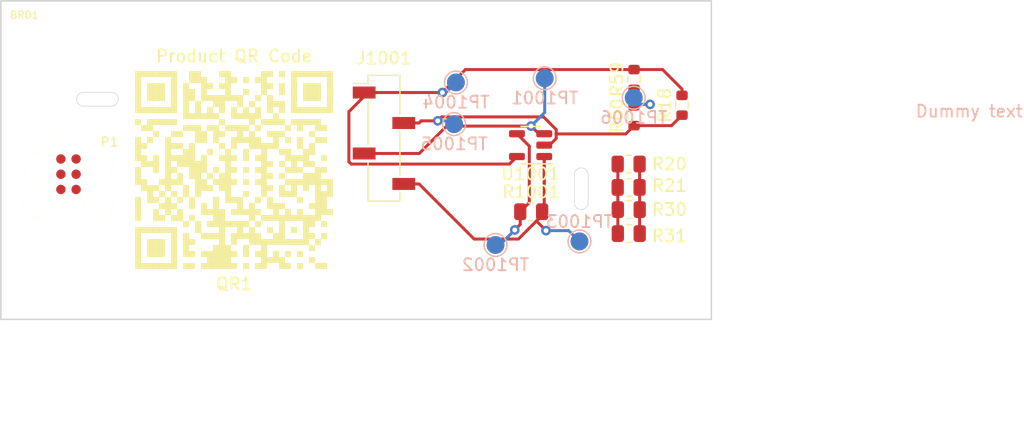
<source format=kicad_pcb>
(kicad_pcb (version 20211014) (generator pcbnew)
  (title_block (date "2021-12-24") (rev "01"))
  (layers (0 "F.Cu" signal) (31 "B.Cu" signal) (34 "B.Paste" user) (35 "F.Paste" user) (36 "B.SilkS" user "B.Silkscreen") (37 "F.SilkS" user "F.Silkscreen") (38 "B.Mask" user) (39 "F.Mask" user) (44 "Edge.Cuts" user))
  (net 0 "")
  (net 1 "/OUT")
  (net 2 "GND")
  (net 3 "/IN")
  (net 4 "VCC")
  (net 5 "/_AOPIN+")
  (net 6 "/V_HW_TYPE")
  (net 7 "Net-(P1-Pad6)")
  (net 8 "Net-(P1-Pad5)")
  (net 9 "Net-(P1-Pad4)")
  (net 10 "Net-(P1-Pad3)")
  (net 11 "Net-(P1-Pad2)")
  (net 12 "Net-(P1-Pad1)")
  (net 13 "Net-(R20-Pad2)")
  (net 14 "Net-(R20-Pad1)")
  (footprint "Connector_PinSocket_2.54mm:PinSocket_1x04_P2.54mm_Vertical_SMD_Pin1Left" (layer "F.Cu") (at 147.8 95.25)
    (fp_text reference "J1001" (at 0 -6.68) (layer "F.SilkS"))
    (fp_text value "SSM-104-L-SV")
    (pad "1" smd rect locked (at -1.65 -3.81) (size 1.9 1) (layers "F.Cu" "F.Paste" "F.Mask") (net 4 "VCC"))
    (pad "2" smd rect locked (at 1.65 -1.27) (size 1.9 1) (layers "F.Cu" "F.Paste" "F.Mask") (net 2 "GND"))
    (pad "3" smd rect locked (at -1.65 1.27) (size 1.9 1) (layers "F.Cu" "F.Paste" "F.Mask") (net 3 "/IN"))
    (pad "4" smd rect locked (at 1.65 3.81) (size 1.9 1) (layers "F.Cu" "F.Paste" "F.Mask") (net 1 "/OUT"))
  )
  (footprint "tc6:TC5" (layer "F.Cu") (at 135.3 97.9)
    (fp_text reference "QR1" (at 0 9.5) (layer "F.SilkS"))
    (fp_text value "Product QR Code" (at 0 -9.5) (layer "F.SilkS"))
  )
  (footprint "Resistor_SMD:R_0805_2012Metric" (layer "F.Cu") (at 160.075 101.375)
    (fp_text reference "R1001" (at 0 -1.65) (layer "F.SilkS"))
    (fp_text value "10k")
    (pad "1" smd roundrect locked (at -0.9125 0) (size 1.025 1.4) (layers "F.Cu" "F.Paste" "F.Mask") (roundrect_rratio 0.243902) (net 5 "/_AOPIN+"))
    (pad "2" smd roundrect locked (at 0.9125 0) (size 1.025 1.4) (layers "F.Cu" "F.Paste" "F.Mask") (roundrect_rratio 0.243902) (net 1 "/OUT"))
  )
  (footprint "Package_TO_SOT_SMD:SOT-23-5" (layer "F.Cu") (at 160.025 95.825 180)
    (fp_text reference "U1001" (at 0 -2.4) (layer "F.SilkS"))
    (fp_text value "MCP6001-OT")
    (pad "1" smd roundrect locked (at -1.1375 -0.95 180) (size 1.325 0.6) (layers "F.Cu" "F.Paste" "F.Mask") (net 1 "/OUT"))
    (pad "2" smd roundrect locked (at -1.1375 0 180) (size 1.325 0.6) (layers "F.Cu" "F.Paste" "F.Mask") (net 2 "GND"))
    (pad "3" smd roundrect locked (at -1.1375 0.95 180) (size 1.325 0.6) (layers "F.Cu" "F.Paste" "F.Mask") (net 3 "/IN"))
    (pad "4" smd roundrect locked (at 1.1375 0.95 180) (size 1.325 0.6) (layers "F.Cu" "F.Paste" "F.Mask") (net 5 "/_AOPIN+"))
    (pad "5" smd roundrect locked (at 1.1375 -0.95 180) (size 1.325 0.6) (layers "F.Cu" "F.Paste" "F.Mask") (net 4 "VCC"))
  )
  (footprint "tc6:DemoBoard" (layer "F.Cu") (at 127.325 91.1)
    (fp_text reference "BRD1" (at -9.505 -6.11) (layer "F.SilkS") (effects (font (size 0.6 0.6) (thickness 0.1))))
    (fp_text value "SYM_Arrow_XLarge")
    (fp_line (start 47.77 19.25) (end 47.77 -7.3) (layer "Edge.Cuts") (width 0.12))
    (fp_line (start -11.46 -7.3) (end 47.77 -7.3) (layer "Edge.Cuts") (width 0.12))
    (fp_line (start -11.46 19.25) (end -11.46 -7.3) (layer "Edge.Cuts") (width 0.12))
    (fp_line (start 47.77 19.25) (end -11.46 19.25) (layer "Edge.Cuts") (width 0.12))
  )
  (footprint "Resistor_SMD:R_0603_1608Metric" (layer "F.Cu") (at 168.65 90.35 90)
    (fp_text reference "R59" (at 0 -1.43 90) (layer "F.SilkS"))
    (fp_text value "100k")
    (pad "1" smd roundrect locked (at -0.825 0 90) (size 0.8 0.95) (layers "F.Cu" "F.Paste" "F.Mask") (net 6 "/V_HW_TYPE"))
    (pad "2" smd roundrect locked (at 0.825 0 90) (size 0.8 0.95) (layers "F.Cu" "F.Paste" "F.Mask") (net 4 "VCC"))
  )
  (footprint "Resistor_SMD:R_0603_1608Metric" (layer "F.Cu") (at 168.65 93.375 90)
    (fp_text reference "R60" (at 0 -1.43 90) (layer "F.SilkS"))
    (fp_text value "100k")
    (pad "1" smd roundrect locked (at -0.825 0 90) (size 0.8 0.95) (layers "F.Cu" "F.Paste" "F.Mask") (net 2 "GND"))
    (pad "2" smd roundrect locked (at 0.825 0 90) (size 0.8 0.95) (layers "F.Cu" "F.Paste" "F.Mask") (net 6 "/V_HW_TYPE"))
  )
  (footprint "Resistor_SMD:R_0603_1608Metric" (layer "F.Cu") (at 172.65 92.5 90)
    (fp_text reference "R18" (at 0 -1.43 90) (layer "F.SilkS"))
    (fp_text value "100k")
    (pad "1" smd roundrect locked (at -0.825 0 90) (size 0.8 0.95) (layers "F.Cu" "F.Paste" "F.Mask") (net 2 "GND"))
    (pad "2" smd roundrect locked (at 0.825 0 90) (size 0.8 0.95) (layers "F.Cu" "F.Paste" "F.Mask") (net 4 "VCC"))
  )
  (footprint "tc6:TC2030-MCP-FP" (layer "F.Cu") (at 121.5 98.25 90)
    (fp_text reference "P1" (at 2.68478 3.4163 180) (layer "F.SilkS") (effects (font (size 0.76 0.76) (thickness 0.1))))
    (fp_text value "TC2030")
    (pad "" np_thru_hole circle locked (at 2.54 -1.016 90) (size 0.991 0.991) (drill 0.991) (layers *.Cu *.Mask "F.SilkS"))
    (pad "" np_thru_hole circle locked (at 0.635 2.54 90) (size 2.3749 2.3749) (drill 2.3749) (layers *.Cu *.Mask "F.SilkS"))
    (pad "" np_thru_hole circle locked (at 2.54 1.016 90) (size 0.991 0.991) (drill 0.991) (layers F&B.Cu *.Mask "F.SilkS"))
    (pad "" np_thru_hole circle locked (at 0.635 -2.54 90) (size 2.3749 2.3749) (drill 2.3749) (layers *.Cu *.Mask "F.SilkS"))
    (pad "" np_thru_hole circle locked (at -2.54 0 90) (size 0.991 0.991) (drill 0.991) (layers F&B.Cu *.Mask "F.SilkS"))
    (pad "" np_thru_hole circle locked (at -2.54 2.54 90) (size 2.3749 2.3749) (drill 2.3749) (layers *.Cu *.Mask "F.SilkS"))
    (pad "" np_thru_hole circle locked (at -2.54 -2.54 90) (size 2.3749 2.3749) (drill 2.3749) (layers *.Cu *.Mask "F.SilkS"))
    (pad "1" connect circle locked (at -1.27 0.635 90) (size 0.787 0.787) (layers "F.Cu" "F.Mask") (net 12 "Net-(P1-Pad1)") (clearance 0.4826))
    (pad "2" connect circle locked (at -1.27 -0.635 90) (size 0.787 0.787) (layers "F.Cu" "F.Mask") (net 11 "Net-(P1-Pad2)") (clearance 0.4826))
    (pad "3" connect circle locked (at 0 0.635 90) (size 0.787 0.787) (layers "F.Cu" "F.Mask") (net 10 "Net-(P1-Pad3)") (clearance 0.4191))
    (pad "4" connect circle locked (at 0 -0.635 90) (size 0.787 0.787) (layers "F.Cu" "F.Mask") (net 9 "Net-(P1-Pad4)") (clearance 0.4191))
    (pad "5" connect circle locked (at 1.27 0.635 90) (size 0.787 0.787) (layers "F.Cu" "F.Mask") (net 8 "Net-(P1-Pad5)") (clearance 0.4191))
    (pad "6" connect circle locked (at 1.27 -0.635 180) (size 0.787 0.787) (layers "F.Cu" "F.Mask") (net 7 "Net-(P1-Pad6)") (clearance 0.4191))
  )
  (footprint "Resistor_SMD:R_0805_2012Metric" (layer "F.Cu") (at 168.2 97.4)
    (fp_text reference "R20" (at 3.4 0) (layer "F.SilkS"))
    (fp_text value "330R" hide)
    (pad "1" smd roundrect locked (at -0.9125 0) (size 1.025 1.4) (layers "F.Cu" "F.Paste" "F.Mask") (roundrect_rratio 0.243902) (net 14 "Net-(R20-Pad1)"))
    (pad "2" smd roundrect locked (at 0.9125 0) (size 1.025 1.4) (layers "F.Cu" "F.Paste" "F.Mask") (roundrect_rratio 0.243902) (net 13 "Net-(R20-Pad2)"))
  )
  (footprint "Resistor_SMD:R_0805_2012Metric" (layer "F.Cu") (at 168.2 99.35)
    (fp_text reference "R21" (at 3.4 -0.15) (layer "F.SilkS"))
    (fp_text value "150k" hide)
    (pad "1" smd roundrect locked (at -0.9125 0) (size 1.025 1.4) (layers "F.Cu" "F.Paste" "F.Mask") (roundrect_rratio 0.243902) (net 14 "Net-(R20-Pad1)"))
    (pad "2" smd roundrect locked (at 0.9125 0) (size 1.025 1.4) (layers "F.Cu" "F.Paste" "F.Mask") (roundrect_rratio 0.243902) (net 13 "Net-(R20-Pad2)"))
  )
  (footprint "Resistor_SMD:R_0805_2012Metric" (layer "F.Cu") (at 168.21 101.2)
    (fp_text reference "R30" (at 3.39 0) (layer "F.SilkS"))
    (fp_text value "0R" hide)
    (pad "1" smd roundrect locked (at -0.9125 0) (size 1.025 1.4) (layers "F.Cu" "F.Paste" "F.Mask") (roundrect_rratio 0.243902) (net 14 "Net-(R20-Pad1)"))
    (pad "2" smd roundrect locked (at 0.9125 0) (size 1.025 1.4) (layers "F.Cu" "F.Paste" "F.Mask") (roundrect_rratio 0.243902) (net 13 "Net-(R20-Pad2)"))
  )
  (footprint "Resistor_SMD:R_0805_2012Metric" (layer "F.Cu") (at 168.21 103.2)
    (fp_text reference "R31" (at 3.39 0.2) (layer "F.SilkS"))
    (fp_text value "0R" hide)
    (pad "1" smd roundrect locked (at -0.9125 0) (size 1.025 1.4) (layers "F.Cu" "F.Paste" "F.Mask") (roundrect_rratio 0.243902) (net 14 "Net-(R20-Pad1)"))
    (pad "2" smd roundrect locked (at 0.9125 0) (size 1.025 1.4) (layers "F.Cu" "F.Paste" "F.Mask") (roundrect_rratio 0.243902) (net 13 "Net-(R20-Pad2)"))
  )
  (footprint "TestPoint:TestPoint_Pad_D1.5mm" (layer "B.Cu") (at 161.2 90.25)
    (fp_text reference "TP1001" (at 0 1.648) (layer "B.SilkS") (effects (justify mirror)))
    (fp_text value "TP_IN")
    (pad "1" smd circle locked (at 0 0) (size 1.5 1.5) (layers "B.Cu" "B.Mask") (net 3 "/IN"))
  )
  (footprint "TestPoint:TestPoint_Pad_D1.5mm" (layer "B.Cu") (at 157.1 104.15)
    (fp_text reference "TP1002" (at 0 1.648) (layer "B.SilkS") (effects (justify mirror)))
    (fp_text value "TP_NEG")
    (pad "1" smd circle locked (at 0 0) (size 1.5 1.5) (layers "B.Cu" "B.Mask") (net 5 "/_AOPIN+"))
  )
  (footprint "TestPoint:TestPoint_Pad_D1.5mm" (layer "B.Cu") (at 164.1 103.85 180)
    (fp_text reference "TP1003" (at 0 1.648) (layer "B.SilkS") (effects (justify mirror)))
    (fp_text value "TP_OUT")
    (pad "1" smd circle locked (at 0 0 180) (size 1.5 1.5) (layers "B.Cu" "B.Mask") (net 1 "/OUT"))
  )
  (footprint "TestPoint:TestPoint_Pad_D1.5mm" (layer "B.Cu") (at 153.8 90.6)
    (fp_text reference "TP1004" (at 0 1.648) (layer "B.SilkS") (effects (justify mirror)))
    (fp_text value "TP_VCC")
    (pad "1" smd circle locked (at 0 0) (size 1.5 1.5) (layers "B.Cu" "B.Mask") (net 4 "VCC"))
  )
  (footprint "TestPoint:TestPoint_Pad_D1.5mm" (layer "B.Cu") (at 153.65 94.075)
    (fp_text reference "TP1005" (at 0 1.648) (layer "B.SilkS") (effects (justify mirror)))
    (fp_text value "TP_GND")
    (pad "1" smd circle locked (at 0 0) (size 1.5 1.5) (layers "B.Cu" "B.Mask") (net 2 "GND"))
  )
  (footprint "TestPoint:TestPoint_Pad_D1.5mm" (layer "B.Cu") (at 168.625 91.875)
    (fp_text reference "TP1006" (at 0 1.648) (layer "B.SilkS") (effects (justify mirror)))
    (fp_text value "TP_HW_TYPE")
    (pad "1" smd circle locked (at 0 0) (size 1.5 1.5) (layers "B.Cu" "B.Mask") (net 6 "/V_HW_TYPE"))
  )
  (gr_line (start 122.75 91.425) (end 125.075 91.425) (layer "Edge.Cuts") (width 0.05))
  (gr_arc (start 125.075 91.425) (mid 125.65 92) (end 125.075 92.575) (layer "Edge.Cuts") (width 0.05))
  (gr_line (start 122.75 92.575) (end 125.075 92.575) (layer "Edge.Cuts") (width 0.05))
  (gr_line (start 163.675 100.625) (end 163.675 98.3) (layer "Edge.Cuts") (width 0.05))
  (gr_arc (start 164.825 100.625) (mid 164.25 101.2) (end 163.675 100.625) (layer "Edge.Cuts") (width 0.05))
  (gr_arc (start 163.675 98.3) (mid 164.25 97.725) (end 164.825 98.3) (layer "Edge.Cuts") (width 0.05))
  (gr_line (start 164.825 100.625) (end 164.825 98.3) (layer "Edge.Cuts") (width 0.05))
  (gr_arc (start 122.75 92.575) (mid 122.175 92) (end 122.75 91.425) (layer "Edge.Cuts") (width 0.05))
  (gr_text "Dummy text" (at 196.59 93) (layer "B.SilkS") (effects (font (size 1 1))))
  (segment (start 160.988 101.5255) (end 160.9875 101.525) (width 0.25) (layer "F.Cu") (net 1))
  (segment (start 161.162 98.9875) (end 161.1625 98.987) (width 0.25) (layer "F.Cu") (net 1))
  (segment (start 160.512 102.152) (end 161.311 102.951) (width 0.25) (layer "F.Cu") (net 1))
  (segment (start 150.725 99.06) (end 155.318 103.653) (width 0.25) (layer "F.Cu") (net 1))
  (segment (start 155.318 103.653) (end 159.011 103.653) (width 0.25) (layer "F.Cu") (net 1))
  (segment (start 160.988 101.5255) (end 160.988 101.375) (width 0.25) (layer "F.Cu") (net 1))
  (segment (start 160.988 101.375) (end 161.162 101.2) (width 0.25) (layer "F.Cu") (net 1))
  (segment (start 160.9875 101.525) (end 160.9875 101.375) (width 0.25) (layer "F.Cu") (net 1))
  (segment (start 161.1625 98.987) (end 161.1625 96.775) (width 0.25) (layer "F.Cu") (net 1))
  (segment (start 160.512 102.152) (end 160.988 101.676) (width 0.25) (layer "F.Cu") (net 1))
  (segment (start 149.45 99.06) (end 150.725 99.06) (width 0.25) (layer "F.Cu") (net 1))
  (segment (start 159.011 103.653) (end 160.512 102.152) (width 0.25) (layer "F.Cu") (net 1))
  (segment (start 161.162 98.9875) (end 161.162 96.775) (width 0.25) (layer "F.Cu") (net 1))
  (segment (start 161.162 101.2) (end 161.162 98.9875) (width 0.25) (layer "F.Cu") (net 1))
  (segment (start 160.988 101.676) (end 160.988 101.5255) (width 0.25) (layer "F.Cu") (net 1))
  (via (at 161.311 102.951) (size 0.8) (drill 0.4) (layers "F.Cu" "B.Cu") (net 1))
  (segment (start 161.311 102.951) (end 163.201 102.951) (width 0.25) (layer "B.Cu") (net 1))
  (segment (start 163.201 102.951) (end 164.1 103.85) (width 0.25) (layer "B.Cu") (net 1))
  (segment (start 162.16 94.8914) (end 162.16 94.5281) (width 0.25) (layer "F.Cu") (net 2))
  (segment (start 150.725 93.98) (end 150.907 93.798) (width 0.25) (layer "F.Cu") (net 2))
  (segment (start 167.9586 94.8914) (end 168.65 94.2) (width 0.25) (layer "F.Cu") (net 2))
  (segment (start 162.16 94.5281) (end 161.102 93.4698) (width 0.25) (layer "F.Cu") (net 2))
  (segment (start 161.1625 95.825) (end 161.604 95.825) (width 0.25) (layer "F.Cu") (net 2))
  (segment (start 171.775 94.2) (end 172.65 93.325) (width 0.25) (layer "F.Cu") (net 2))
  (segment (start 149.45 93.98) (end 150.725 93.98) (width 0.25) (layer "F.Cu") (net 2))
  (segment (start 162.16 95.2694) (end 162.16 94.8914) (width 0.25) (layer "F.Cu") (net 2))
  (segment (start 152.614 93.4698) (end 152.286 93.798) (width 0.25) (layer "F.Cu") (net 2))
  (segment (start 161.102 93.4698) (end 152.614 93.4698) (width 0.25) (layer "F.Cu") (net 2))
  (segment (start 150.907 93.798) (end 152.286 93.798) (width 0.25) (layer "F.Cu") (net 2))
  (segment (start 162.16 94.8914) (end 167.9586 94.8914) (width 0.25) (layer "F.Cu") (net 2))
  (segment (start 161.162 95.825) (end 161.1625 95.825) (width 0.25) (layer "F.Cu") (net 2))
  (segment (start 168.65 94.2) (end 171.775 94.2) (width 0.25) (layer "F.Cu") (net 2))
  (segment (start 161.604 95.825) (end 162.16 95.2694) (width 0.25) (layer "F.Cu") (net 2))
  (via (at 152.286 93.798) (size 0.8) (drill 0.4) (layers "F.Cu" "B.Cu") (net 2))
  (segment (start 153.373 93.7981) (end 152.286 93.7981) (width 0.25) (layer "B.Cu") (net 2))
  (segment (start 152.286 93.7981) (end 152.286 93.798) (width 0.25) (layer "B.Cu") (net 2))
  (segment (start 153.65 94.075) (end 153.373 93.7981) (width 0.25) (layer "B.Cu") (net 2))
  (segment (start 146.15 96.52) (end 150.741 96.52) (width 0.25) (layer "F.Cu") (net 3))
  (segment (start 160.702 94.875) (end 160.064 94.2369) (width 0.25) (layer "F.Cu") (net 3))
  (segment (start 153.024 94.2369) (end 160.064 94.2369) (width 0.25) (layer "F.Cu") (net 3))
  (segment (start 161.162 94.875) (end 161.1625 94.875) (width 0.25) (layer "F.Cu") (net 3))
  (segment (start 161.162 94.875) (end 160.702 94.875) (width 0.25) (layer "F.Cu") (net 3))
  (segment (start 150.741 96.52) (end 153.024 94.2369) (width 0.25) (layer "F.Cu") (net 3))
  (via (at 160.064 94.2369) (size 0.8) (drill 0.4) (layers "F.Cu" "B.Cu") (net 3))
  (segment (start 161.2 90.25) (end 161.2 93.1013) (width 0.25) (layer "B.Cu") (net 3))
  (segment (start 161.2 93.1013) (end 160.064 94.2369) (width 0.25) (layer "B.Cu") (net 3))
  (segment (start 172.65 91.675) (end 172.65 91.15) (width 0.25) (layer "F.Cu") (net 4))
  (segment (start 158.258 97.4042) (end 158.573 97.0896) (width 0.25) (layer "F.Cu") (net 4))
  (segment (start 146.15 91.44) (end 146.469 91.44) (width 0.25) (layer "F.Cu") (net 4))
  (segment (start 144.875 93.0343) (end 144.875 97.2059) (width 0.25) (layer "F.Cu") (net 4))
  (segment (start 158.8875 96.7751) (end 158.8875 96.775) (width 0.25) (layer "F.Cu") (net 4))
  (segment (start 144.875 97.2059) (end 145.073 97.4042) (width 0.25) (layer "F.Cu") (net 4))
  (segment (start 152.673 91.44) (end 154.588 89.525) (width 0.25) (layer "F.Cu") (net 4))
  (segment (start 146.469 91.44) (end 144.875 93.0343) (width 0.25) (layer "F.Cu") (net 4))
  (segment (start 146.469 91.44) (end 152.673 91.44) (width 0.25) (layer "F.Cu") (net 4))
  (segment (start 145.073 97.4042) (end 158.258 97.4042) (width 0.25) (layer "F.Cu") (net 4))
  (segment (start 158.573 97.0896) (end 158.888 96.775) (width 0.25) (layer "F.Cu") (net 4))
  (segment (start 154.588 89.525) (end 168.65 89.525) (width 0.25) (layer "F.Cu") (net 4))
  (segment (start 158.573 97.0896) (end 158.8875 96.7751) (width 0.25) (layer "F.Cu") (net 4))
  (segment (start 172.65 91.15) (end 171.025 89.525) (width 0.25) (layer "F.Cu") (net 4))
  (segment (start 171.025 89.525) (end 168.65 89.525) (width 0.25) (layer "F.Cu") (net 4))
  (via (at 152.673 91.44) (size 0.8) (drill 0.4) (layers "F.Cu" "B.Cu") (net 4))
  (segment (start 152.96 91.44) (end 152.673 91.44) (width 0.25) (layer "B.Cu") (net 4))
  (segment (start 153.8 90.6) (end 152.96 91.44) (width 0.25) (layer "B.Cu") (net 4))
  (segment (start 159.1625 101.3745) (end 159.162 101.375) (width 0.25) (layer "F.Cu") (net 5))
  (segment (start 159.918 95.9056) (end 159.918 100.619) (width 0.25) (layer "F.Cu") (net 5))
  (segment (start 159.162 101.375) (end 159.162 102.438) (width 0.25) (layer "F.Cu") (net 5))
  (segment (start 159.4028 95.3903) (end 158.8875 94.875) (width 0.25) (layer "F.Cu") (net 5))
  (segment (start 159.403 95.3903) (end 159.918 95.9056) (width 0.25) (layer "F.Cu") (net 5))
  (segment (start 159.918 100.619) (end 159.1625 101.3745) (width 0.25) (layer "F.Cu") (net 5))
  (segment (start 159.162 102.438) (end 158.705 102.896) (width 0.25) (layer "F.Cu") (net 5))
  (segment (start 158.888 94.875) (end 159.403 95.3903) (width 0.25) (layer "F.Cu") (net 5))
  (segment (start 159.403 95.3903) (end 159.4028 95.3903) (width 0.25) (layer "F.Cu") (net 5))
  (segment (start 159.1625 101.3745) (end 159.1625 101.375) (width 0.25) (layer "F.Cu") (net 5))
  (via (at 158.705 102.896) (size 0.8) (drill 0.4) (layers "F.Cu" "B.Cu") (net 5))
  (segment (start 157.1 104.15) (end 157.45 104.15) (width 0.25) (layer "B.Cu") (net 5))
  (segment (start 157.45 104.15) (end 158.705 102.896) (width 0.25) (layer "B.Cu") (net 5))
  (segment (start 168.65 92.4259) (end 168.65 92.55) (width 0.25) (layer "F.Cu") (net 6))
  (segment (start 168.65 91.175) (end 168.65 92.4259) (width 0.25) (layer "F.Cu") (net 6))
  (segment (start 168.65 92.4259) (end 169.983 92.4259) (width 0.25) (layer "F.Cu") (net 6))
  (via (at 169.983 92.4259) (size 0.8) (drill 0.4) (layers "F.Cu" "B.Cu") (net 6))
  (segment (start 168.625 91.875) (end 169.1759 92.4259) (width 0.25) (layer "B.Cu") (net 6))
  (segment (start 169.1759 92.4259) (end 169.983 92.4259) (width 0.25) (layer "B.Cu") (net 6))
  (segment (start 169.1125 103.19) (end 169.1225 103.2) (width 0.25) (layer "F.Cu") (net 13))
  (segment (start 169.1125 97.4) (end 169.1125 103.19) (width 0.25) (layer "F.Cu") (net 13))
  (segment (start 167.2975 97.41) (end 167.2875 97.4) (width 0.25) (layer "F.Cu") (net 14))
  (segment (start 167.2975 103.2) (end 167.2975 97.41) (width 0.25) (layer "F.Cu") (net 14))
)
</source>
